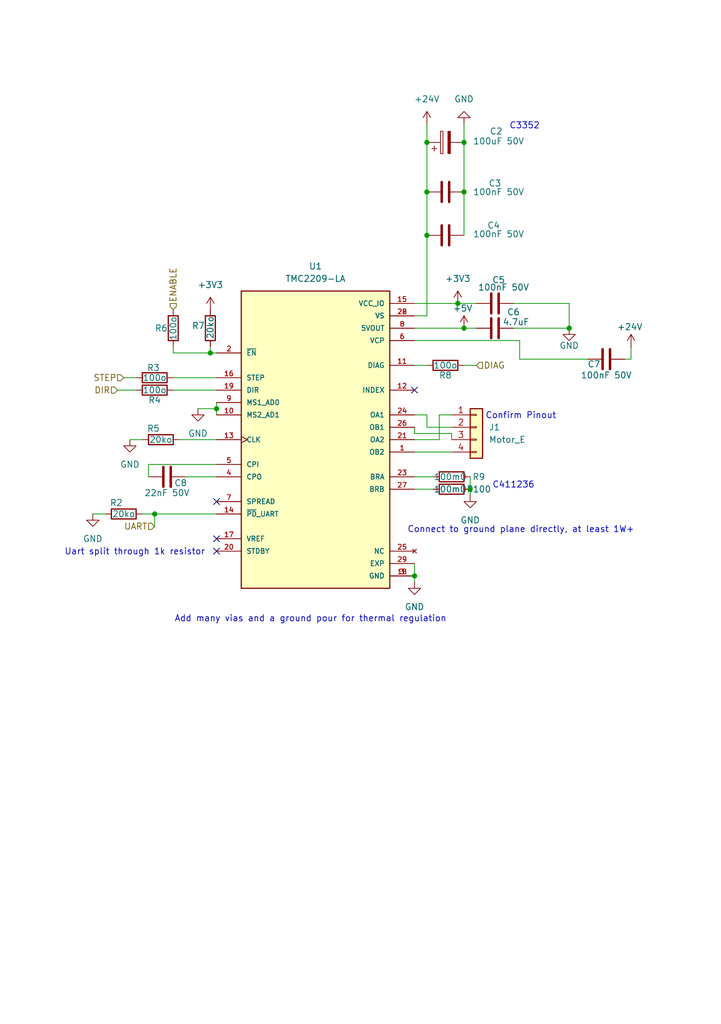
<source format=kicad_sch>
(kicad_sch (version 20250114) (generator "eeschema") (generator_version "9.0")
  (paper "A5" portrait)
  (lib_symbols
    (symbol "Connector_Generic:Conn_01x04" (pin_names (offset 1.016) (hide yes))
      (property "Reference" "J" (at 0 5.08 0))
      (property "Value" "Conn_01x04" (at 0 -7.62 0))
      (symbol "Conn_01x04_1_1"
        (rectangle (start -1.27 3.81) (end 1.27 -6.35) (stroke (width 0.254)) (fill (type background)))
        (rectangle (start -1.27 2.667) (end 0 2.413) (stroke (width 0.1524)))
        (rectangle (start -1.27 0.127) (end 0 -0.127) (stroke (width 0.1524)))
        (rectangle (start -1.27 -2.413) (end 0 -2.667) (stroke (width 0.1524)))
        (rectangle (start -1.27 -4.953) (end 0 -5.207) (stroke (width 0.1524)))
        (pin passive line (at -5.08 2.54 0) (length 3.81) (name "Pin_1") (number "1"))
        (pin passive line (at -5.08 0 0) (length 3.81) (name "Pin_2") (number "2"))
        (pin passive line (at -5.08 -2.54 0) (length 3.81) (name "Pin_3") (number "3"))
        (pin passive line (at -5.08 -5.08 0) (length 3.81) (name "Pin_4") (number "4"))
      )
    )
    (symbol "Device:C" (pin_numbers (hide yes)) (pin_names (offset 0.254))
      (property "Reference" "C" (at 0.635 2.54 0))
      (property "Value" "C" (at 0.635 -2.54 0))
      (symbol "C_0_1"
        (polyline (pts (xy -2.032 0.762) (xy 2.032 0.762)) (stroke (width 0.508)))
        (polyline (pts (xy -2.032 -0.762) (xy 2.032 -0.762)) (stroke (width 0.508)))
      )
      (symbol "C_1_1"
        (pin passive line (at 0 3.81 270) (length 2.794) (name "~") (number "1"))
        (pin passive line (at 0 -3.81 90) (length 2.794) (name "~") (number "2"))
      )
    )
    (symbol "Device:C_Polarized" (pin_numbers (hide yes)) (pin_names (offset 0.254))
      (property "Reference" "C" (at 0.635 2.54 0))
      (property "Value" "C_Polarized" (at 0.635 -2.54 0))
      (symbol "C_Polarized_0_1"
        (rectangle (start -2.286 0.508) (end 2.286 1.016))
        (polyline (pts (xy -1.778 2.286) (xy -0.762 2.286)))
        (polyline (pts (xy -1.27 2.794) (xy -1.27 1.778)))
        (rectangle (start 2.286 -0.508) (end -2.286 -1.016) (fill (type outline)))
      )
      (symbol "C_Polarized_1_1"
        (pin passive line (at 0 3.81 270) (length 2.794) (name "~") (number "1"))
        (pin passive line (at 0 -3.81 90) (length 2.794) (name "~") (number "2"))
      )
    )
    (symbol "Device:R" (pin_numbers (hide yes)) (pin_names (offset 0))
      (property "Reference" "R" (at 2.032 0 90))
      (property "Value" "R" (at 0 0 90))
      (symbol "R_0_1"
        (rectangle (start -1.016 -2.54) (end 1.016 2.54) (stroke (width 0.254)))
      )
      (symbol "R_1_1"
        (pin passive line (at 0 3.81 270) (length 1.27) (name "~") (number "1"))
        (pin passive line (at 0 -3.81 90) (length 1.27) (name "~") (number "2"))
      )
    )
    (symbol "TMC2209-LA:TMC2209-LA" (pin_names (offset 1.016))
      (property "Reference" "U" (at -15.24 30.48 0))
      (property "Value" "TMC2209-LA" (at -15.24 -33.02 0))
      (symbol "TMC2209-LA_0_0"
        (rectangle (start -15.24 -30.48) (end 15.24 30.48) (stroke (width 0.254)) (fill (type background)))
        (pin input line (at -20.32 17.78 0) (length 5.08) (name "~{EN}") (number "2"))
        (pin input line (at -20.32 12.7 0) (length 5.08) (name "STEP") (number "16"))
        (pin input line (at -20.32 10.16 0) (length 5.08) (name "DIR") (number "19"))
        (pin input line (at -20.32 7.62 0) (length 5.08) (name "MS1_AD0") (number "9"))
        (pin input line (at -20.32 5.08 0) (length 5.08) (name "MS2_AD1") (number "10"))
        (pin input clock (at -20.32 0 0) (length 5.08) (name "CLK") (number "13"))
        (pin input line (at -20.32 -5.08 0) (length 5.08) (name "CPI") (number "5"))
        (pin output line (at -20.32 -7.62 0) (length 5.08) (name "CPO") (number "4"))
        (pin input line (at -20.32 -12.7 0) (length 5.08) (name "SPREAD") (number "7"))
        (pin bidirectional line (at -20.32 -15.24 0) (length 5.08) (name "~{PD}_UART") (number "14"))
        (pin input line (at -20.32 -20.32 0) (length 5.08) (name "VREF") (number "17"))
        (pin input line (at -20.32 -22.86 0) (length 5.08) (name "STDBY") (number "20"))
        (pin power_in line (at 20.32 27.94 180) (length 5.08) (name "VCC_IO") (number "15"))
        (pin power_in line (at 20.32 25.4 180) (length 5.08) (name "VS") (number "22"))
        (pin power_in line (at 20.32 25.4 180) (length 5.08) (name "VS") (number "28"))
        (pin power_in line (at 20.32 22.86 180) (length 5.08) (name "5VOUT") (number "8"))
        (pin power_in line (at 20.32 20.32 180) (length 5.08) (name "VCP") (number "6"))
        (pin output line (at 20.32 15.24 180) (length 5.08) (name "DIAG") (number "11"))
        (pin output line (at 20.32 10.16 180) (length 5.08) (name "INDEX") (number "12"))
        (pin output line (at 20.32 5.08 180) (length 5.08) (name "OA1") (number "24"))
        (pin output line (at 20.32 2.54 180) (length 5.08) (name "OB1") (number "26"))
        (pin output line (at 20.32 0 180) (length 5.08) (name "OA2") (number "21"))
        (pin output line (at 20.32 -2.54 180) (length 5.08) (name "OB2") (number "1"))
        (pin bidirectional line (at 20.32 -7.62 180) (length 5.08) (name "BRA") (number "23"))
        (pin bidirectional line (at 20.32 -10.16 180) (length 5.08) (name "BRB") (number "27"))
        (pin no_connect line (at 20.32 -22.86 180) (length 5.08) (name "NC") (number "25"))
        (pin power_in line (at 20.32 -25.4 180) (length 5.08) (name "EXP") (number "29"))
        (pin power_in line (at 20.32 -27.94 180) (length 5.08) (name "GND") (number "18"))
        (pin power_in line (at 20.32 -27.94 180) (length 5.08) (name "GND") (number "3"))
      )
    )
    (symbol "power:+24V" (power) (pin_numbers (hide yes)) (pin_names (offset 0) (hide yes))
      (property "Value" "+24V" (at 0 3.556 0))
      (symbol "+24V_0_1"
        (polyline (pts (xy -0.762 1.27) (xy 0 2.54)))
        (polyline (pts (xy 0 2.54) (xy 0.762 1.27)))
        (polyline (pts (xy 0 0) (xy 0 2.54)))
      )
      (symbol "+24V_1_1"
        (pin power_in line (at 0 0 90) (length 0) (name "~") (number "1"))
      )
    )
    (symbol "power:+3V3" (power) (pin_numbers (hide yes)) (pin_names (offset 0) (hide yes))
      (property "Value" "+3V3" (at 0 3.556 0))
      (symbol "+3V3_0_1"
        (polyline (pts (xy -0.762 1.27) (xy 0 2.54)))
        (polyline (pts (xy 0 2.54) (xy 0.762 1.27)))
        (polyline (pts (xy 0 0) (xy 0 2.54)))
      )
      (symbol "+3V3_1_1"
        (pin power_in line (at 0 0 90) (length 0) (name "~") (number "1"))
      )
    )
    (symbol "power:+5V" (power) (pin_numbers (hide yes)) (pin_names (offset 0) (hide yes))
      (property "Value" "+5V" (at 0 3.556 0))
      (symbol "+5V_0_1"
        (polyline (pts (xy -0.762 1.27) (xy 0 2.54)))
        (polyline (pts (xy 0 2.54) (xy 0.762 1.27)))
        (polyline (pts (xy 0 0) (xy 0 2.54)))
      )
      (symbol "+5V_1_1"
        (pin power_in line (at 0 0 90) (length 0) (name "~") (number "1"))
      )
    )
    (symbol "power:GND" (power) (pin_numbers (hide yes)) (pin_names (offset 0) (hide yes))
      (property "Value" "GND" (at 0 -3.81 0))
      (symbol "GND_0_1"
        (polyline (pts (xy 0 0) (xy 0 -1.27) (xy 1.27 -1.27) (xy 0 -2.54) (xy -1.27 -1.27) (xy 0 -1.27)))
      )
      (symbol "GND_1_1"
        (pin power_in line (at 0 0 270) (length 0) (name "~") (number "1"))
      )
    )
  )
  (text "C3352" (at 107.696 25.908 0) (effects (font (size 1.27 1.27))))
  (text "C411236" (at 105.41 99.568 0) (effects (font (size 1.27 1.27))))
  (text "Confirm Pinout" (at 106.934 85.344 0) (effects (font (size 1.27 1.27))))
  (text "Uart split through 1k resistor" (at 27.686 113.284 0) (effects (font (size 1.27 1.27))))
  (text "Add many vias and a ground pour for thermal regulation" (at 63.754 127 0) (effects (font (size 1.27 1.27))))
  (text "Connect to ground plane directly, at least 1W+" (at 106.934 108.712 0) (effects (font (size 1.27 1.27))))
  (junction (at 95.25 29.21))
  (junction (at 85.09 118.11))
  (junction (at 87.63 39.37))
  (junction (at 31.75 105.41))
  (junction (at 116.84 67.31))
  (junction (at 93.98 62.23))
  (junction (at 44.45 83.82))
  (junction (at 95.25 39.37))
  (junction (at 95.25 67.31))
  (junction (at 87.63 29.21))
  (junction (at 96.52 100.33))
  (junction (at 43.18 72.39))
  (junction (at 87.63 48.26))
  (no_connect (at 44.45 102.87))
  (no_connect (at 44.45 113.03))
  (no_connect (at 44.45 110.49))
  (no_connect (at 85.09 80.01))
  (wire (pts (xy 87.63 25.4) (xy 87.63 29.21)))
  (wire (pts (xy 85.09 118.11) (xy 85.09 119.38)))
  (wire (pts (xy 129.54 71.12) (xy 129.54 73.66)))
  (wire (pts (xy 116.84 62.23) (xy 116.84 67.31)))
  (wire (pts (xy 85.09 67.31) (xy 95.25 67.31)))
  (wire (pts (xy 90.17 90.17) (xy 90.17 85.09)))
  (wire (pts (xy 95.25 29.21) (xy 95.25 39.37)))
  (wire (pts (xy 43.18 72.39) (xy 44.45 72.39)))
  (wire (pts (xy 87.63 29.21) (xy 87.63 39.37)))
  (wire (pts (xy 87.63 87.63) (xy 92.71 87.63)))
  (wire (pts (xy 44.45 97.79) (xy 38.1 97.79)))
  (wire (pts (xy 43.18 72.39) (xy 35.56 72.39)))
  (wire (pts (xy 106.68 73.66) (xy 120.65 73.66)))
  (wire (pts (xy 31.75 105.41) (xy 44.45 105.41)))
  (wire (pts (xy 90.17 85.09) (xy 92.71 85.09)))
  (wire (pts (xy 40.64 83.82) (xy 44.45 83.82)))
  (wire (pts (xy 25.4 77.47) (xy 27.94 77.47)))
  (wire (pts (xy 35.56 80.01) (xy 44.45 80.01)))
  (wire (pts (xy 96.52 100.33) (xy 96.52 101.6)))
  (wire (pts (xy 26.67 90.17) (xy 29.21 90.17)))
  (wire (pts (xy 29.21 105.41) (xy 31.75 105.41)))
  (wire (pts (xy 85.09 64.77) (xy 87.63 64.77)))
  (wire (pts (xy 95.25 25.4) (xy 95.25 29.21)))
  (wire (pts (xy 24.13 80.01) (xy 27.94 80.01)))
  (wire (pts (xy 44.45 95.25) (xy 30.48 95.25)))
  (wire (pts (xy 87.63 85.09) (xy 87.63 87.63)))
  (wire (pts (xy 44.45 82.55) (xy 44.45 83.82)))
  (wire (pts (xy 92.71 88.9) (xy 92.71 90.17)))
  (wire (pts (xy 44.45 83.82) (xy 44.45 85.09)))
  (wire (pts (xy 96.52 97.79) (xy 96.52 100.33)))
  (wire (pts (xy 87.63 48.26) (xy 87.63 64.77)))
  (wire (pts (xy 95.25 39.37) (xy 95.25 48.26)))
  (wire (pts (xy 87.63 39.37) (xy 87.63 48.26)))
  (wire (pts (xy 43.18 71.12) (xy 43.18 72.39)))
  (wire (pts (xy 36.83 90.17) (xy 44.45 90.17)))
  (wire (pts (xy 31.75 107.95) (xy 31.75 105.41)))
  (wire (pts (xy 85.09 90.17) (xy 90.17 90.17)))
  (wire (pts (xy 95.25 67.31) (xy 97.79 67.31)))
  (wire (pts (xy 85.09 88.9) (xy 92.71 88.9)))
  (wire (pts (xy 19.05 105.41) (xy 21.59 105.41)))
  (wire (pts (xy 85.09 97.79) (xy 88.9 97.79)))
  (wire (pts (xy 93.98 62.23) (xy 97.79 62.23)))
  (wire (pts (xy 97.79 74.93) (xy 95.25 74.93)))
  (wire (pts (xy 85.09 115.57) (xy 85.09 118.11)))
  (wire (pts (xy 30.48 95.25) (xy 30.48 97.79)))
  (wire (pts (xy 35.56 72.39) (xy 35.56 71.12)))
  (wire (pts (xy 106.68 69.85) (xy 85.09 69.85)))
  (wire (pts (xy 105.41 67.31) (xy 116.84 67.31)))
  (wire (pts (xy 85.09 100.33) (xy 88.9 100.33)))
  (wire (pts (xy 85.09 87.63) (xy 85.09 88.9)))
  (wire (pts (xy 106.68 73.66) (xy 106.68 69.85)))
  (wire (pts (xy 129.54 73.66) (xy 128.27 73.66)))
  (wire (pts (xy 35.56 77.47) (xy 44.45 77.47)))
  (wire (pts (xy 85.09 85.09) (xy 87.63 85.09)))
  (wire (pts (xy 85.09 92.71) (xy 92.71 92.71)))
  (wire (pts (xy 85.09 62.23) (xy 93.98 62.23)))
  (wire (pts (xy 105.41 62.23) (xy 116.84 62.23)))
  (wire (pts (xy 85.09 74.93) (xy 87.63 74.93)))
  (hierarchical_label "DIAG" (shape input) (at 97.79 74.93 0))
  (hierarchical_label "ENABLE" (shape input) (at 35.56 63.5 90))
  (hierarchical_label "DIR" (shape input) (at 24.13 80.01 180))
  (hierarchical_label "STEP" (shape input) (at 25.4 77.47 180))
  (hierarchical_label "UART" (shape input) (at 31.75 107.95 180))
  (symbol (lib_id "power:GND") (at 116.84 67.31 0) (unit 1)
    (property "Reference" "#PWR011" (effects (hide yes)))
    (property "Value" "GND" (at 116.84 70.866 0))
    (property "Description" "Power symbol creates a global label with name \"GND\" , ground" (effects (hide yes)))
  )
  (symbol (lib_id "Device:C_Polarized") (at 91.44 29.21 90) (unit 1)
    (property "Reference" "C2" (at 101.854 26.924 90))
    (property "Value" "100uF 50V" (at 102.362 28.956 90))
    (property "Footprint" "Capacitor_SMD:CP_Elec_8x10.5" (effects (hide yes)))
    (property "Description" "Polarized capacitor" (effects (hide yes)))
  )
  (symbol (lib_id "Device:C") (at 34.29 97.79 90) (unit 1)
    (property "Reference" "C8" (at 37.084 99.06 90))
    (property "Value" "22nF 50V" (at 34.29 101.092 90))
    (property "Footprint" "Capacitor_SMD:C_0402_1005Metric" (effects (hide yes)))
    (property "Description" "Unpolarized capacitor" (effects (hide yes)))
  )
  (symbol (lib_id "Device:R") (at 33.02 90.17 90) (unit 1)
    (property "Reference" "R5" (at 31.496 87.884 90))
    (property "Value" "20ko" (at 33.02 90.17 90))
    (property "Footprint" "Resistor_SMD:R_0402_1005Metric" (effects (hide yes)))
    (property "Description" "Resistor" (effects (hide yes)))
  )
  (symbol (lib_id "TMC2209-LA:TMC2209-LA") (at 64.77 90.17 0) (unit 1)
    (property "Reference" "U1" (at 64.77 54.61 0))
    (property "Value" "TMC2209-LA" (at 64.77 57.15 0))
    (property "Footprint" "Package_DFN_QFN:VQFN-28-1EP_5x5mm_P0.5mm_EP3.7x3.7mm_ThermalVias" (effects (hide yes)))
    (property "MF" "Trinamic" (effects (hide yes)))
    (property "MAXIMUM_PACKAGE_HEIGHT" "0.90mm" (effects (hide yes)))
    (property "Package" "VFQFN-28 Trinamic" (effects (hide yes)))
    (property "Price" "None" (effects (hide yes)))
    (property "Check_prices" "https://www.snapeda.com/parts/TMC2209-LA/Trinamic/view-part/?ref=eda" (effects (hide yes)))
    (property "STANDARD" "IPC-7351B" (effects (hide yes)))
    (property "PARTREV" "1.08" (effects (hide yes)))
    (property "SnapEDA_Link" "https://www.snapeda.com/parts/TMC2209-LA/Trinamic/view-part/?ref=snap" (effects (hide yes)))
    (property "MP" "TMC2209-LA" (effects (hide yes)))
    (property "Description_1" "\n                        \n                            Motor / Motion / Ignition Controllers & Drivers Silent stepper motor driver 5 to 36V, up to 1.4A with S/D and UART Interface, 256  Steps, SpreadCycle and Stealthchop2\n                        \n" (effects (hide yes)))
    (property "MANUFACTURER" "Trinamic" (effects (hide yes)))
    (property "Availability" "Not in stock" (effects (hide yes)))
    (property "SNAPEDA_PN" "TMC2209-LA" (effects (hide yes)))
  )
  (symbol (lib_id "power:GND") (at 19.05 105.41 0) (unit 1)
    (property "Reference" "#PWR01" (effects (hide yes)))
    (property "Value" "GND" (at 19.05 110.49 0))
    (property "Description" "Power symbol creates a global label with name \"GND\" , ground" (effects (hide yes)))
  )
  (symbol (lib_id "Device:R") (at 43.18 67.31 180) (unit 1)
    (property "Reference" "R7" (at 39.37 66.802 0) (effects (justify right)))
    (property "Value" "20ko" (at 43.18 69.596 90) (effects (justify right)))
    (property "Footprint" "Resistor_SMD:R_0402_1005Metric" (effects (hide yes)))
    (property "Description" "Resistor" (effects (hide yes)))
  )
  (symbol (lib_id "Device:R") (at 31.75 80.01 90) (unit 1)
    (property "Reference" "R4" (at 31.75 82.042 90))
    (property "Value" "100o" (at 31.75 80.01 90))
    (property "Footprint" "Resistor_SMD:R_0402_1005Metric" (effects (hide yes)))
    (property "Description" "Resistor" (effects (hide yes)))
  )
  (symbol (lib_id "Device:C") (at 124.46 73.66 90) (unit 1)
    (property "Reference" "C7" (at 121.92 74.676 90))
    (property "Value" "100nF 50V" (at 124.46 76.962 90))
    (property "Footprint" "Capacitor_SMD:C_0402_1005Metric" (effects (hide yes)))
    (property "Description" "Unpolarized capacitor" (effects (hide yes)))
  )
  (symbol (lib_id "power:GND") (at 96.52 101.6 0) (unit 1)
    (property "Reference" "#PWR010" (effects (hide yes)))
    (property "Value" "GND" (at 96.52 106.68 0))
    (property "Description" "Power symbol creates a global label with name \"GND\" , ground" (effects (hide yes)))
  )
  (symbol (lib_id "power:+24V") (at 129.54 71.12 0) (unit 1)
    (property "Reference" "#PWR012" (effects (hide yes)))
    (property "Value" "+24V" (at 129.286 67.056 0))
    (property "Description" "Power symbol creates a global label with name \"+24V\"" (effects (hide yes)))
  )
  (symbol (lib_id "power:+3V3") (at 43.18 63.5 0) (unit 1)
    (property "Reference" "#PWR04" (effects (hide yes)))
    (property "Value" "+3V3" (at 43.18 58.42 0))
    (property "Description" "Power symbol creates a global label with name \"+3V3\"" (effects (hide yes)))
  )
  (symbol (lib_id "power:GND") (at 95.25 25.4 180) (unit 1)
    (property "Reference" "#PWR08" (effects (hide yes)))
    (property "Value" "GND" (at 95.25 20.32 0))
    (property "Description" "Power symbol creates a global label with name \"GND\" , ground" (effects (hide yes)))
  )
  (symbol (lib_id "power:GND") (at 26.67 90.17 0) (unit 1)
    (property "Reference" "#PWR02" (effects (hide yes)))
    (property "Value" "GND" (at 26.67 95.25 0))
    (property "Description" "Power symbol creates a global label with name \"GND\" , ground" (effects (hide yes)))
  )
  (symbol (lib_id "Device:C") (at 101.6 62.23 90) (unit 1)
    (property "Reference" "C5" (at 102.362 57.404 90))
    (property "Value" "100nF 50V" (at 103.378 58.928 90))
    (property "Footprint" "Capacitor_SMD:C_0402_1005Metric" (effects (hide yes)))
    (property "Description" "Unpolarized capacitor" (effects (hide yes)))
  )
  (symbol (lib_id "Device:R") (at 35.56 67.31 0) (unit 1)
    (property "Reference" "R6" (at 31.75 67.31 0) (effects (justify left)))
    (property "Value" "100o" (at 35.56 69.85 90) (effects (justify left)))
    (property "Footprint" "Resistor_SMD:R_0402_1005Metric" (effects (hide yes)))
    (property "Description" "Resistor" (effects (hide yes)))
  )
  (symbol (lib_id "Device:R") (at 92.71 97.79 90) (unit 1)
    (property "Reference" "R9" (at 98.298 97.79 90))
    (property "Value" "100mO" (at 92.456 97.79 90))
    (property "Footprint" "Resistor_SMD:R_1206_3216Metric" (effects (hide yes)))
    (property "Description" "Resistor" (effects (hide yes)))
  )
  (symbol (lib_id "Device:R") (at 91.44 74.93 90) (unit 1)
    (property "Reference" "R8" (at 91.44 76.962 90))
    (property "Value" "100o" (at 91.44 74.93 90))
    (property "Footprint" "Resistor_SMD:R_0402_1005Metric" (effects (hide yes)))
    (property "Description" "Resistor" (effects (hide yes)))
  )
  (symbol (lib_id "power:GND") (at 85.09 119.38 0) (unit 1)
    (property "Reference" "#PWR05" (effects (hide yes)))
    (property "Value" "GND" (at 85.09 124.46 0))
    (property "Description" "Power symbol creates a global label with name \"GND\" , ground" (effects (hide yes)))
  )
  (symbol (lib_id "Device:R") (at 25.4 105.41 90) (unit 1)
    (property "Reference" "R2" (at 23.876 103.124 90))
    (property "Value" "20ko" (at 25.4 105.41 90))
    (property "Footprint" "Resistor_SMD:R_0402_1005Metric" (effects (hide yes)))
    (property "Description" "Resistor" (effects (hide yes)))
  )
  (symbol (lib_id "Device:C") (at 91.44 39.37 90) (unit 1)
    (property "Reference" "C3" (at 101.6 37.592 90))
    (property "Value" "100nF 50V" (at 102.362 39.37 90))
    (property "Footprint" "Capacitor_SMD:C_0402_1005Metric" (effects (hide yes)))
    (property "Description" "Unpolarized capacitor" (effects (hide yes)))
  )
  (symbol (lib_id "Device:R") (at 31.75 77.47 90) (unit 1)
    (property "Reference" "R3" (at 31.496 75.438 90))
    (property "Value" "100o" (at 31.75 77.47 90))
    (property "Footprint" "Resistor_SMD:R_0402_1005Metric" (effects (hide yes)))
    (property "Description" "Resistor" (effects (hide yes)))
  )
  (symbol (lib_id "Device:R") (at 92.71 100.33 90) (unit 1)
    (property "Reference" "R100" (at 98.298 100.33 90))
    (property "Value" "100mO" (at 92.456 100.33 90))
    (property "Footprint" "Resistor_SMD:R_1206_3216Metric" (effects (hide yes)))
    (property "Description" "Resistor" (effects (hide yes)))
  )
  (symbol (lib_id "power:+3V3") (at 93.98 62.23 0) (unit 1)
    (property "Reference" "#PWR07" (effects (hide yes)))
    (property "Value" "+3V3" (at 93.98 57.15 0))
    (property "Description" "Power symbol creates a global label with name \"+3V3\"" (effects (hide yes)))
  )
  (symbol (lib_id "power:+5V") (at 95.25 67.31 0) (unit 1)
    (property "Reference" "#PWR09" (effects (hide yes)))
    (property "Value" "+5V" (at 94.996 63.246 0))
    (property "Description" "Power symbol creates a global label with name \"+5V\"" (effects (hide yes)))
  )
  (symbol (lib_id "Device:C") (at 91.44 48.26 90) (unit 1)
    (property "Reference" "C4" (at 101.346 46.228 90))
    (property "Value" "100nF 50V" (at 102.362 48.006 90))
    (property "Footprint" "Capacitor_SMD:C_0402_1005Metric" (effects (hide yes)))
    (property "Description" "Unpolarized capacitor" (effects (hide yes)))
  )
  (symbol (lib_id "power:GND") (at 40.64 83.82 0) (unit 1)
    (property "Reference" "#PWR03" (effects (hide yes)))
    (property "Value" "GND" (at 40.64 88.9 0))
    (property "Description" "Power symbol creates a global label with name \"GND\" , ground" (effects (hide yes)))
  )
  (symbol (lib_id "Connector_Generic:Conn_01x04") (at 97.79 87.63 0) (unit 1)
    (property "Reference" "J1" (at 100.33 87.6299 0) (effects (justify left)))
    (property "Value" "Motor_E" (at 100.33 90.1699 0) (effects (justify left)))
    (property "Footprint" "Connector_JST:JST_XH_B4B-XH-A_1x04_P2.50mm_Vertical" (effects (hide yes)))
    (property "Description" "Generic connector, single row, 01x04, script generated (kicad-library-utils/schlib/autogen/connector/)" (effects (hide yes)))
  )
  (symbol (lib_id "power:+24V") (at 87.63 25.4 0) (unit 1)
    (property "Reference" "#PWR06" (effects (hide yes)))
    (property "Value" "+24V" (at 87.63 20.32 0))
    (property "Description" "Power symbol creates a global label with name \"+24V\"" (effects (hide yes)))
  )
  (symbol (lib_id "Device:C") (at 101.6 67.31 90) (unit 1)
    (property "Reference" "C6" (at 105.41 64.008 90))
    (property "Value" "4.7uF" (at 105.918 66.04 90))
    (property "Footprint" "Capacitor_SMD:C_0201_0603Metric" (effects (hide yes)))
    (property "Description" "Unpolarized capacitor" (effects (hide yes)))
  )
)
</source>
